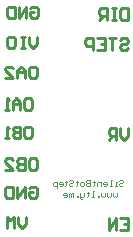
<source format=gbr>
%TF.GenerationSoftware,Altium Limited,Altium Designer,20.1.11 (218)*%
G04 Layer_Color=32896*
%FSLAX45Y45*%
%MOMM*%
%TF.SameCoordinates,A58613BD-9F4A-4EB4-9302-7A3247439128*%
%TF.FilePolarity,Positive*%
%TF.FileFunction,Legend,Bot*%
%TF.Part,Single*%
G01*
G75*
%TA.AperFunction,NonConductor*%
%ADD24C,0.10000*%
%ADD25C,0.25400*%
D24*
X1183800Y377484D02*
Y352492D01*
X1175469Y344161D01*
X1167139Y352492D01*
X1158808Y344161D01*
X1150478Y352492D01*
Y377484D01*
X1133816D02*
Y352492D01*
X1125486Y344161D01*
X1117155Y352492D01*
X1108825Y344161D01*
X1100494Y352492D01*
Y377484D01*
X1083833D02*
Y352492D01*
X1075502Y344161D01*
X1067172Y352492D01*
X1058841Y344161D01*
X1050510Y352492D01*
Y377484D01*
X1033849Y344161D02*
Y352492D01*
X1025518D01*
Y344161D01*
X1033849D01*
X992196D02*
X975535D01*
X983865D01*
Y394145D01*
X992196D01*
X942212Y385814D02*
Y377484D01*
X950543D01*
X933882D01*
X942212D01*
Y352492D01*
X933882Y344161D01*
X908889Y377484D02*
Y352492D01*
X900559Y344161D01*
X875567D01*
Y335830D01*
X883898Y327500D01*
X892228D01*
X875567Y344161D02*
Y377484D01*
X858906Y344161D02*
Y352492D01*
X850575D01*
Y344161D01*
X858906D01*
X817253D02*
Y377484D01*
X808922D01*
X800591Y369153D01*
Y344161D01*
Y369153D01*
X792261Y377484D01*
X783930Y369153D01*
Y344161D01*
X742277D02*
X758938D01*
X767269Y352492D01*
Y369153D01*
X758938Y377484D01*
X742277D01*
X733946Y369153D01*
Y360822D01*
X767269D01*
X1201278Y474714D02*
X1209608Y483045D01*
X1226269D01*
X1234600Y474714D01*
Y466384D01*
X1226269Y458053D01*
X1209608D01*
X1201278Y449722D01*
Y441392D01*
X1209608Y433061D01*
X1226269D01*
X1234600Y441392D01*
X1184616Y433061D02*
X1167955D01*
X1176286D01*
Y466384D01*
X1184616D01*
X1142963Y433061D02*
X1126302D01*
X1134632D01*
Y483045D01*
X1142963D01*
X1076318Y433061D02*
X1092979D01*
X1101310Y441392D01*
Y458053D01*
X1092979Y466384D01*
X1076318D01*
X1067987Y458053D01*
Y449722D01*
X1101310D01*
X1051326Y433061D02*
Y466384D01*
X1026334D01*
X1018004Y458053D01*
Y433061D01*
X993012Y474714D02*
Y466384D01*
X1001343D01*
X984682D01*
X993012D01*
Y441392D01*
X984682Y433061D01*
X959689Y483045D02*
Y433061D01*
X934698D01*
X926367Y441392D01*
Y449722D01*
X934698Y458053D01*
X959689D01*
X934698D01*
X926367Y466384D01*
Y474714D01*
X934698Y483045D01*
X959689D01*
X901375Y433061D02*
X884714D01*
X876383Y441392D01*
Y458053D01*
X884714Y466384D01*
X901375D01*
X909706Y458053D01*
Y441392D01*
X901375Y433061D01*
X851391Y474714D02*
Y466384D01*
X859722D01*
X843061D01*
X851391D01*
Y441392D01*
X843061Y433061D01*
X784746Y474714D02*
X793077Y483045D01*
X809738D01*
X818069Y474714D01*
Y466384D01*
X809738Y458053D01*
X793077D01*
X784746Y449722D01*
Y441392D01*
X793077Y433061D01*
X809738D01*
X818069Y441392D01*
X759755Y474714D02*
Y466384D01*
X768085D01*
X751424D01*
X759755D01*
Y441392D01*
X751424Y433061D01*
X701440D02*
X718101D01*
X726432Y441392D01*
Y458053D01*
X718101Y466384D01*
X701440D01*
X693110Y458053D01*
Y449722D01*
X726432D01*
X676448Y416400D02*
Y466384D01*
X651457D01*
X643126Y458053D01*
Y441392D01*
X651457Y433061D01*
X676448D01*
D25*
X419100Y176168D02*
Y109523D01*
X385777Y76200D01*
X352455Y109523D01*
Y176168D01*
X319132Y76200D02*
Y176168D01*
X285810Y142845D01*
X252487Y176168D01*
Y76200D01*
X441355Y413506D02*
X458016Y430168D01*
X491339D01*
X508000Y413506D01*
Y346861D01*
X491339Y330200D01*
X458016D01*
X441355Y346861D01*
Y380184D01*
X474677D01*
X408032Y330200D02*
Y430168D01*
X341387Y330200D01*
Y430168D01*
X308064D02*
Y330200D01*
X258081D01*
X241419Y346861D01*
Y413506D01*
X258081Y430168D01*
X308064D01*
X458016Y671468D02*
X491339D01*
X508000Y654806D01*
Y588161D01*
X491339Y571500D01*
X458016D01*
X441355Y588161D01*
Y654806D01*
X458016Y671468D01*
X408032D02*
Y571500D01*
X358048D01*
X341387Y588161D01*
Y604823D01*
X358048Y621484D01*
X408032D01*
X358048D01*
X341387Y638145D01*
Y654806D01*
X358048Y671468D01*
X408032D01*
X241419Y571500D02*
X308064D01*
X241419Y638145D01*
Y654806D01*
X258081Y671468D01*
X291403D01*
X308064Y654806D01*
X419916Y938168D02*
X453239D01*
X469900Y921506D01*
Y854861D01*
X453239Y838200D01*
X419916D01*
X403255Y854861D01*
Y921506D01*
X419916Y938168D01*
X369932D02*
Y838200D01*
X319948D01*
X303287Y854861D01*
Y871523D01*
X319948Y888184D01*
X369932D01*
X319948D01*
X303287Y904845D01*
Y921506D01*
X319948Y938168D01*
X369932D01*
X269964Y838200D02*
X236642D01*
X253303D01*
Y938168D01*
X269964Y921506D01*
X419916Y1179468D02*
X453239D01*
X469900Y1162806D01*
Y1096161D01*
X453239Y1079500D01*
X419916D01*
X403255Y1096161D01*
Y1162806D01*
X419916Y1179468D01*
X369932Y1079500D02*
Y1146145D01*
X336610Y1179468D01*
X303287Y1146145D01*
Y1079500D01*
Y1129484D01*
X369932D01*
X269964Y1079500D02*
X236642D01*
X253303D01*
Y1179468D01*
X269964Y1162806D01*
X458016Y1446168D02*
X491339D01*
X508000Y1429506D01*
Y1362861D01*
X491339Y1346200D01*
X458016D01*
X441355Y1362861D01*
Y1429506D01*
X458016Y1446168D01*
X408032Y1346200D02*
Y1412845D01*
X374710Y1446168D01*
X341387Y1412845D01*
Y1346200D01*
Y1396184D01*
X408032D01*
X241419Y1346200D02*
X308064D01*
X241419Y1412845D01*
Y1429506D01*
X258081Y1446168D01*
X291403D01*
X308064Y1429506D01*
X508000Y1700168D02*
Y1633523D01*
X474677Y1600200D01*
X441355Y1633523D01*
Y1700168D01*
X408032D02*
X374710D01*
X391371D01*
Y1600200D01*
X408032D01*
X374710D01*
X274742Y1700168D02*
X308064D01*
X324726Y1683506D01*
Y1616861D01*
X308064Y1600200D01*
X274742D01*
X258081Y1616861D01*
Y1683506D01*
X274742Y1700168D01*
X454055Y1937506D02*
X470716Y1954168D01*
X504039D01*
X520700Y1937506D01*
Y1870861D01*
X504039Y1854200D01*
X470716D01*
X454055Y1870861D01*
Y1904184D01*
X487377D01*
X420732Y1854200D02*
Y1954168D01*
X354087Y1854200D01*
Y1954168D01*
X320764D02*
Y1854200D01*
X270781D01*
X254119Y1870861D01*
Y1937506D01*
X270781Y1954168D01*
X320764D01*
X1216055Y163468D02*
X1282700D01*
Y63500D01*
X1216055D01*
X1282700Y113484D02*
X1249377D01*
X1182732Y63500D02*
Y163468D01*
X1116087Y63500D01*
Y163468D01*
X1282700Y925468D02*
Y858823D01*
X1249377Y825500D01*
X1216055Y858823D01*
Y925468D01*
X1182732Y825500D02*
Y925468D01*
X1132748D01*
X1116087Y908806D01*
Y875484D01*
X1132748Y858823D01*
X1182732D01*
X1149410D02*
X1116087Y825500D01*
X1216055Y1670806D02*
X1232716Y1687468D01*
X1266039D01*
X1282700Y1670806D01*
Y1654145D01*
X1266039Y1637484D01*
X1232716D01*
X1216055Y1620823D01*
Y1604161D01*
X1232716Y1587500D01*
X1266039D01*
X1282700Y1604161D01*
X1182732Y1687468D02*
X1116087D01*
X1149410D01*
Y1587500D01*
X1016119Y1687468D02*
X1082764D01*
Y1587500D01*
X1016119D01*
X1082764Y1637484D02*
X1049442D01*
X982797Y1587500D02*
Y1687468D01*
X932813D01*
X916152Y1670806D01*
Y1637484D01*
X932813Y1620823D01*
X982797D01*
X1282700Y1941468D02*
Y1841500D01*
X1232716D01*
X1216055Y1858161D01*
Y1924806D01*
X1232716Y1941468D01*
X1282700D01*
X1182732D02*
X1149410D01*
X1166071D01*
Y1841500D01*
X1182732D01*
X1149410D01*
X1099426D02*
Y1941468D01*
X1049442D01*
X1032781Y1924806D01*
Y1891484D01*
X1049442Y1874823D01*
X1099426D01*
X1066103D02*
X1032781Y1841500D01*
%TF.MD5,b50a056e507dbbad760e0a05c1de6e39*%
M02*

</source>
